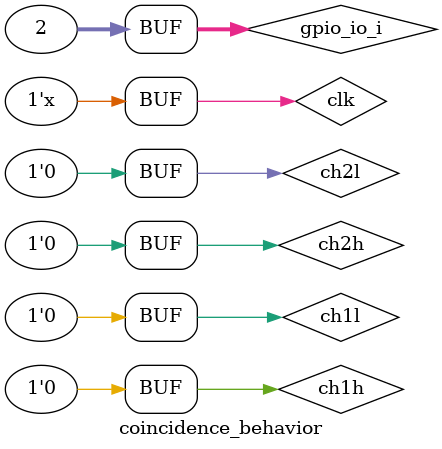
<source format=v>
`timescale 1ns / 1ps


module coincidence_behavior
# (
    parameter ADC_DATA_WIDTH = 16,
    parameter AXIS_TDATA_WIDTH = 32
);
reg clk;
reg ch1l,ch1h;
reg ch2l, ch2h;
//wire coinc_sig;
reg [31:0] counts_out;
reg [31:0] ch1_counts_out;
reg [31:0] ch2_counts_out;
reg [31:0] ch1_counts_over_out;
reg [31:0] ch2_counts_over_out;
reg [31:0] timeout_counts_out;
reg [3:0] coinc_state;
reg [31:0] timer_out;
reg [31:0] gpio_io_o;
reg [31:0] gpio_io_i;
reg [31:0] gpio_io_t;

Coincidence uut (
.clk(clk),
.ch1l(ch1l),
.ch1h(ch1h),
.ch2l(ch2l),
.ch2h(ch2h),
.gpio_io_i(gpio_io_i)
);


initial begin
ch1l = 0;
ch2l = 0;
ch1h = 0;
ch2h = 0;
gpio_io_i = 0;
gpio_io_i[1] = 1;
clk = 0;
end

always #8 clk = ~clk;

initial begin
#400 ch1l = 1;
#80 ch2l = 1;
#400 ch1l = 0; ch2l = 0;

#4000 ch1l = 1;
#400 ch2l = 1;
#400 ch1l = 0; ch2l = 0;

#4400 ch1l = 1;
#400  ch1l = 0;
#4000 ch2l = 1;
#400 ch2l = 0;
end

endmodule

</source>
